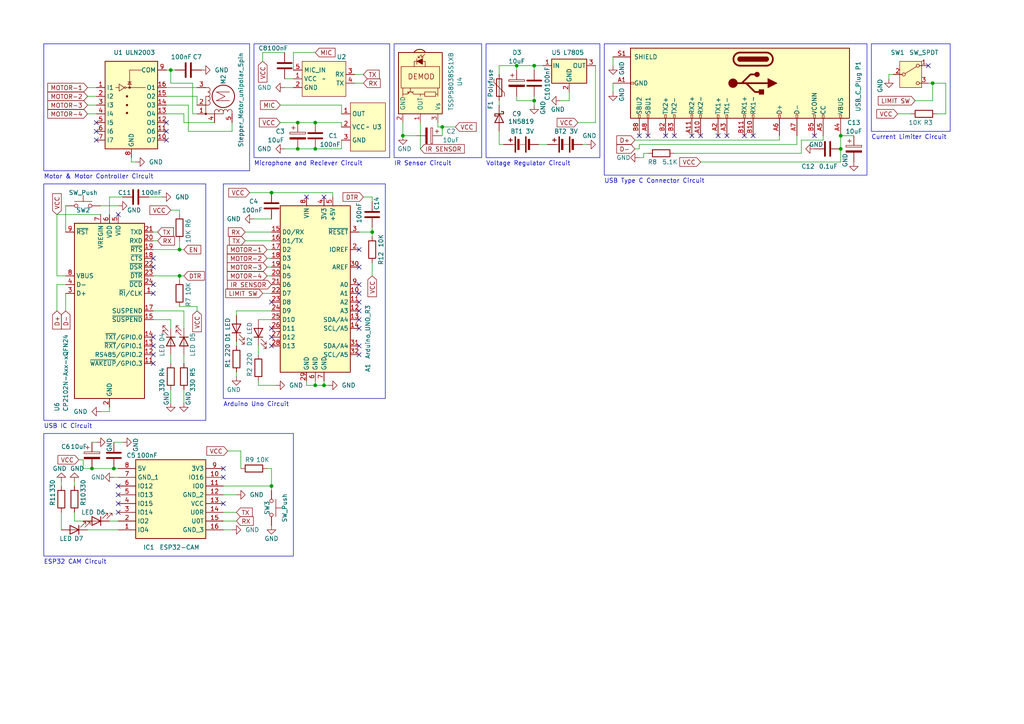
<source format=kicad_sch>
(kicad_sch (version 20230121) (generator eeschema)
  (paper "A4")
  (lib_symbols
    (symbol "Audio Module:Microphone"
      (property "Reference" "U3" (at -1.27 8.89 0))
      (property "Value" "~" (at 0 0 0))
      (symbol "Microphone_1_1"
        (pin output line (at -7.62 3.81 0) (length 2.54) (name "OUT") (number "1"))
        (pin power_in line (at -7.62 0 0) (length 2.54) (name "VCC") (number "2"))
        (pin power_out line (at -7.62 -3.81 0) (length 2.54) (name "GND") (number "3"))
      )
    )
    (symbol "Audio Module:Voice_Recognition_Module"
      (property "Reference" "U" (at 0 6.35 0))
      (symbol "Voice_Recognition_Module_1_1"
        (pin power_in line (at -8.89 0 0) (length 2.54) (name "VCC") (number "1"))
        (pin power_in line (at -8.89 -2.54 0) (length 2.54) (name "GND") (number "2"))
        (pin input line (at 8.89 1.27 180) (length 2.54) (name "RX") (number "3"))
        (pin output line (at 8.89 -1.27 180) (length 2.54) (name "TX") (number "4"))
        (pin input line (at -8.89 2.54 0) (length 2.54) (name "MIC_IN") (number "5"))
      )
    )
    (symbol "Connector:USB_C_Plug" (pin_names (offset 1.016))
      (property "Reference" "P" (at -10.16 29.21 0))
      (property "Value" "USB_C_Plug" (at 10.16 29.21 0))
      (symbol "USB_C_Plug_1_1"
        (pin passive line (at 0 -40.64 90) (length 5.08) (name "GND") (number "A1"))
        (pin bidirectional line (at 15.24 -15.24 180) (length 5.08) (name "RX2-") (number "A10"))
        (pin bidirectional line (at 15.24 -17.78 180) (length 5.08) (name "RX2+") (number "A11"))
        (pin passive line (at 0 -40.64 90) (length 5.08) hide (name "GND") (number "A12"))
        (pin bidirectional line (at 15.24 -10.16 180) (length 5.08) (name "TX1+") (number "A2"))
        (pin bidirectional line (at 15.24 -7.62 180) (length 5.08) (name "TX1-") (number "A3"))
        (pin passive line (at 15.24 25.4 180) (length 5.08) (name "VBUS") (number "A4"))
        (pin bidirectional line (at 15.24 20.32 180) (length 5.08) (name "CC") (number "A5"))
        (pin bidirectional line (at 15.24 7.62 180) (length 5.08) (name "D+") (number "A6"))
        (pin bidirectional line (at 15.24 12.7 180) (length 5.08) (name "D-") (number "A7"))
        (pin bidirectional line (at 15.24 -30.48 180) (length 5.08) (name "SBU1") (number "A8"))
        (pin passive line (at 15.24 25.4 180) (length 5.08) hide (name "VBUS") (number "A9"))
        (pin passive line (at 0 -40.64 90) (length 5.08) hide (name "GND") (number "B1"))
        (pin bidirectional line (at 15.24 0 180) (length 5.08) (name "RX1-") (number "B10"))
        (pin bidirectional line (at 15.24 -2.54 180) (length 5.08) (name "RX1+") (number "B11"))
        (pin passive line (at 0 -40.64 90) (length 5.08) hide (name "GND") (number "B12"))
        (pin bidirectional line (at 15.24 -25.4 180) (length 5.08) (name "TX2+") (number "B2"))
        (pin bidirectional line (at 15.24 -22.86 180) (length 5.08) (name "TX2-") (number "B3"))
        (pin passive line (at 15.24 25.4 180) (length 5.08) hide (name "VBUS") (number "B4"))
        (pin bidirectional line (at 15.24 17.78 180) (length 5.08) (name "VCONN") (number "B5"))
        (pin bidirectional line (at 15.24 -33.02 180) (length 5.08) (name "SBU2") (number "B8"))
        (pin passive line (at 15.24 25.4 180) (length 5.08) hide (name "VBUS") (number "B9"))
        (pin passive line (at -7.62 -40.64 90) (length 5.08) (name "SHIELD") (number "S1"))
      )
    )
    (symbol "Device:Battery" (pin_numbers hide) (pin_names (offset 0) hide)
      (property "Reference" "BT" (at 2.54 2.54 0))
      (property "Value" "Battery" (at 2.54 0 0))
      (symbol "Battery_1_1"
        (pin passive line (at 0 5.08 270) (length 2.54) (name "+") (number "1"))
        (pin passive line (at 0 -5.08 90) (length 2.54) (name "-") (number "2"))
      )
    )
    (symbol "Device:C" (pin_numbers hide) (pin_names (offset 0.254))
      (property "Reference" "C" (at 0.635 2.54 0))
      (property "Value" "C" (at 0.635 -2.54 0))
      (symbol "C_1_1"
        (pin passive line (at 0 3.81 270) (length 2.794) (name "~") (number "1"))
        (pin passive line (at 0 -3.81 90) (length 2.794) (name "~") (number "2"))
      )
    )
    (symbol "Device:C_Polarized" (pin_numbers hide) (pin_names (offset 0.254))
      (property "Reference" "C" (at 0.635 2.54 0))
      (property "Value" "C_Polarized" (at 0.635 -2.54 0))
      (symbol "C_Polarized_1_1"
        (pin passive line (at 0 3.81 270) (length 2.794) (name "~") (number "1"))
        (pin passive line (at 0 -3.81 90) (length 2.794) (name "~") (number "2"))
      )
    )
    (symbol "Device:LED" (pin_numbers hide) (pin_names (offset 1.016) hide)
      (property "Reference" "D" (at 0 2.54 0))
      (property "Value" "LED" (at 0 -2.54 0))
      (symbol "LED_1_1"
        (pin passive line (at -3.81 0 0) (length 2.54) (name "K") (number "1"))
        (pin passive line (at 3.81 0 180) (length 2.54) (name "A") (number "2"))
      )
    )
    (symbol "Device:Polyfuse" (pin_numbers hide) (pin_names (offset 0))
      (property "Reference" "F" (at -2.54 0 90))
      (property "Value" "Polyfuse" (at 2.54 0 90))
      (symbol "Polyfuse_1_1"
        (pin passive line (at 0 3.81 270) (length 1.27) (name "~") (number "1"))
        (pin passive line (at 0 -3.81 90) (length 1.27) (name "~") (number "2"))
      )
    )
    (symbol "Device:R" (pin_numbers hide) (pin_names (offset 0))
      (property "Reference" "R" (at 2.032 0 90))
      (property "Value" "R" (at 0 0 90))
      (symbol "R_1_1"
        (pin passive line (at 0 3.81 270) (length 1.27) (name "~") (number "1"))
        (pin passive line (at 0 -3.81 90) (length 1.27) (name "~") (number "2"))
      )
    )
    (symbol "Diode:1N5819" (pin_numbers hide) (pin_names (offset 1.016) hide)
      (property "Reference" "D" (at 0 2.54 0))
      (property "Value" "1N5819" (at 0 -2.54 0))
      (symbol "1N5819_1_1"
        (pin passive line (at -3.81 0 0) (length 2.54) (name "K") (number "1"))
        (pin passive line (at 3.81 0 180) (length 2.54) (name "A") (number "2"))
      )
    )
    (symbol "ESP32-CAM:ESP32-CAM"
      (property "Reference" "IC" (at 26.67 7.62 0))
      (property "Value" "ESP32-CAM" (at 26.67 5.08 0))
      (symbol "ESP32-CAM_1_1"
        (pin passive line (at 0 -17.78 0) (length 5.08) (name "IO4") (number "1"))
        (pin passive line (at 30.48 -2.54 180) (length 5.08) (name "IO16") (number "10"))
        (pin passive line (at 30.48 -5.08 180) (length 5.08) (name "IO0") (number "11"))
        (pin passive line (at 30.48 -7.62 180) (length 5.08) (name "GND_2") (number "12"))
        (pin passive line (at 30.48 -10.16 180) (length 5.08) (name "VCC") (number "13"))
        (pin passive line (at 30.48 -12.7 180) (length 5.08) (name "U0R") (number "14"))
        (pin passive line (at 30.48 -15.24 180) (length 5.08) (name "U0T") (number "15"))
        (pin passive line (at 30.48 -17.78 180) (length 5.08) (name "GND_3") (number "16"))
        (pin passive line (at 0 -15.24 0) (length 5.08) (name "IO2") (number "2"))
        (pin passive line (at 0 -12.7 0) (length 5.08) (name "IO14") (number "3"))
        (pin passive line (at 0 -10.16 0) (length 5.08) (name "IO15") (number "4"))
        (pin passive line (at 0 -7.62 0) (length 5.08) (name "IO13") (number "5"))
        (pin passive line (at 0 -5.08 0) (length 5.08) (name "IO12") (number "6"))
        (pin passive line (at 0 -2.54 0) (length 5.08) (name "GND_1") (number "7"))
        (pin passive line (at 0 0 0) (length 5.08) (name "5V") (number "8"))
        (pin passive line (at 30.48 0 180) (length 5.08) (name "3V3") (number "9"))
      )
    )
    (symbol "Interface_USB:CP2102N-Axx-xQFN24"
      (property "Reference" "U" (at -8.89 26.67 0))
      (property "Value" "CP2102N-Axx-xQFN24" (at 13.97 26.67 0))
      (symbol "CP2102N-Axx-xQFN24_1_1"
        (pin bidirectional line (at 12.7 5.08 180) (length 2.54) (name "~{RI}/CLK") (number "1"))
        (pin no_connect line (at -10.16 -22.86 0) (length 2.54) hide (name "NC") (number "10"))
        (pin bidirectional line (at 12.7 -15.24 180) (length 2.54) (name "~{WAKEUP}/GPIO.3") (number "11"))
        (pin bidirectional line (at 12.7 -12.7 180) (length 2.54) (name "RS485/GPIO.2") (number "12"))
        (pin bidirectional line (at 12.7 -10.16 180) (length 2.54) (name "~{RXT}/GPIO.1") (number "13"))
        (pin bidirectional line (at 12.7 -7.62 180) (length 2.54) (name "~{TXT}/GPIO.0") (number "14"))
        (pin output line (at 12.7 -2.54 180) (length 2.54) (name "~{SUSPEND}") (number "15"))
        (pin no_connect line (at 10.16 -22.86 180) (length 2.54) hide (name "NC") (number "16"))
        (pin output line (at 12.7 0 180) (length 2.54) (name "SUSPEND") (number "17"))
        (pin input line (at 12.7 15.24 180) (length 2.54) (name "~{CTS}") (number "18"))
        (pin output line (at 12.7 17.78 180) (length 2.54) (name "~{RTS}") (number "19"))
        (pin power_in line (at 0 -27.94 90) (length 2.54) (name "GND") (number "2"))
        (pin input line (at 12.7 20.32 180) (length 2.54) (name "RXD") (number "20"))
        (pin output line (at 12.7 22.86 180) (length 2.54) (name "TXD") (number "21"))
        (pin input line (at 12.7 12.7 180) (length 2.54) (name "~{DSR}") (number "22"))
        (pin output line (at 12.7 10.16 180) (length 2.54) (name "~{DTR}") (number "23"))
        (pin input line (at 12.7 7.62 180) (length 2.54) (name "~{DCD}") (number "24"))
        (pin passive line (at 0 -27.94 90) (length 2.54) hide (name "GND") (number "25"))
        (pin bidirectional line (at -12.7 5.08 0) (length 2.54) (name "D+") (number "3"))
        (pin bidirectional line (at -12.7 7.62 0) (length 2.54) (name "D-") (number "4"))
        (pin power_in line (at 2.54 27.94 270) (length 2.54) (name "VIO") (number "5"))
        (pin power_in line (at 0 27.94 270) (length 2.54) (name "VDD") (number "6"))
        (pin power_in line (at -2.54 27.94 270) (length 2.54) (name "VREGIN") (number "7"))
        (pin input line (at -12.7 10.16 0) (length 2.54) (name "VBUS") (number "8"))
        (pin input line (at -12.7 22.86 0) (length 2.54) (name "~{RST}") (number "9"))
      )
    )
    (symbol "MCU_Module:Arduino_UNO_R3"
      (property "Reference" "A" (at -10.16 23.495 0))
      (property "Value" "Arduino_UNO_R3" (at 5.08 -26.67 0))
      (symbol "Arduino_UNO_R3_1_1"
        (pin no_connect line (at -10.16 -20.32 0) (length 2.54) hide (name "NC") (number "1"))
        (pin bidirectional line (at 12.7 -2.54 180) (length 2.54) (name "A1") (number "10"))
        (pin bidirectional line (at 12.7 -5.08 180) (length 2.54) (name "A2") (number "11"))
        (pin bidirectional line (at 12.7 -7.62 180) (length 2.54) (name "A3") (number "12"))
        (pin bidirectional line (at 12.7 -10.16 180) (length 2.54) (name "SDA/A4") (number "13"))
        (pin bidirectional line (at 12.7 -12.7 180) (length 2.54) (name "SCL/A5") (number "14"))
        (pin bidirectional line (at -12.7 15.24 0) (length 2.54) (name "D0/RX") (number "15"))
        (pin bidirectional line (at -12.7 12.7 0) (length 2.54) (name "D1/TX") (number "16"))
        (pin bidirectional line (at -12.7 10.16 0) (length 2.54) (name "D2") (number "17"))
        (pin bidirectional line (at -12.7 7.62 0) (length 2.54) (name "D3") (number "18"))
        (pin bidirectional line (at -12.7 5.08 0) (length 2.54) (name "D4") (number "19"))
        (pin output line (at 12.7 10.16 180) (length 2.54) (name "IOREF") (number "2"))
        (pin bidirectional line (at -12.7 2.54 0) (length 2.54) (name "D5") (number "20"))
        (pin bidirectional line (at -12.7 0 0) (length 2.54) (name "D6") (number "21"))
        (pin bidirectional line (at -12.7 -2.54 0) (length 2.54) (name "D7") (number "22"))
        (pin bidirectional line (at -12.7 -5.08 0) (length 2.54) (name "D8") (number "23"))
        (pin bidirectional line (at -12.7 -7.62 0) (length 2.54) (name "D9") (number "24"))
        (pin bidirectional line (at -12.7 -10.16 0) (length 2.54) (name "D10") (number "25"))
        (pin bidirectional line (at -12.7 -12.7 0) (length 2.54) (name "D11") (number "26"))
        (pin bidirectional line (at -12.7 -15.24 0) (length 2.54) (name "D12") (number "27"))
        (pin bidirectional line (at -12.7 -17.78 0) (length 2.54) (name "D13") (number "28"))
        (pin power_in line (at -2.54 -27.94 90) (length 2.54) (name "GND") (number "29"))
        (pin input line (at 12.7 15.24 180) (length 2.54) (name "~{RESET}") (number "3"))
        (pin input line (at 12.7 5.08 180) (length 2.54) (name "AREF") (number "30"))
        (pin bidirectional line (at 12.7 -17.78 180) (length 2.54) (name "SDA/A4") (number "31"))
        (pin bidirectional line (at 12.7 -20.32 180) (length 2.54) (name "SCL/A5") (number "32"))
        (pin power_out line (at 2.54 25.4 270) (length 2.54) (name "3V3") (number "4"))
        (pin power_out line (at 5.08 25.4 270) (length 2.54) (name "+5V") (number "5"))
        (pin power_in line (at 0 -27.94 90) (length 2.54) (name "GND") (number "6"))
        (pin power_in line (at 2.54 -27.94 90) (length 2.54) (name "GND") (number "7"))
        (pin power_in line (at -2.54 25.4 270) (length 2.54) (name "VIN") (number "8"))
        (pin bidirectional line (at 12.7 0 180) (length 2.54) (name "A0") (number "9"))
      )
    )
    (symbol "Motor:Stepper_Motor_unipolar_5pin" (pin_names (offset 0) hide)
      (property "Reference" "M" (at 3.81 2.54 0))
      (property "Value" "Stepper_Motor_unipolar_5pin" (at 3.81 1.27 0))
      (symbol "Stepper_Motor_unipolar_5pin_1_1"
        (pin passive line (at -5.08 7.62 270) (length 2.54) (name "~") (number "1"))
        (pin passive line (at -2.54 7.62 270) (length 2.54) (name "~") (number "2"))
        (pin passive line (at 2.54 7.62 270) (length 2.54) (name "-") (number "3"))
        (pin passive line (at -7.62 2.54 0) (length 2.54) (name "~") (number "4"))
        (pin passive line (at -7.62 -2.54 0) (length 2.54) (name "~") (number "5"))
      )
    )
    (symbol "Regulator_Linear:L7805" (pin_names (offset 0.254))
      (property "Reference" "U" (at -3.81 3.175 0))
      (property "Value" "L7805" (at 0 3.175 0))
      (symbol "L7805_1_1"
        (pin power_in line (at -7.62 0 0) (length 2.54) (name "IN") (number "1"))
        (pin power_in line (at 0 -7.62 90) (length 2.54) (name "GND") (number "2"))
        (pin power_out line (at 7.62 0 180) (length 2.54) (name "OUT") (number "3"))
      )
    )
    (symbol "Sensor_Proximity:TSSP58038SS1XB" (pin_names (offset 1.016))
      (property "Reference" "U" (at -10.16 7.62 0))
      (property "Value" "TSSP58038SS1XB" (at -10.16 -7.62 0))
      (symbol "TSSP58038SS1XB_0_0"
        (text "DEMOD" (at -3.175 0.254 900) (effects (font (size 1.524 1.524))))
      )
      (symbol "TSSP58038SS1XB_1_1"
        (pin output line (at 10.16 0 180) (length 2.54) (name "OUT") (number "1"))
        (pin power_in line (at 10.16 -5.08 180) (length 2.54) (name "GND") (number "2"))
        (pin power_in line (at 10.16 5.08 180) (length 2.54) (name "Vs") (number "3"))
      )
    )
    (symbol "Switch:SW_Push" (pin_numbers hide) (pin_names (offset 1.016) hide)
      (property "Reference" "SW" (at 1.27 2.54 0))
      (property "Value" "SW_Push" (at 0 -1.524 0))
      (symbol "SW_Push_0_1"
        (pin passive line (at -5.08 0 0) (length 2.54) (name "1") (number "1"))
        (pin passive line (at 5.08 0 180) (length 2.54) (name "2") (number "2"))
      )
    )
    (symbol "Switch:SW_SPDT" (pin_names (offset 0) hide)
      (property "Reference" "SW" (at 0 5.08 0))
      (property "Value" "SW_SPDT" (at 0 -5.08 0))
      (symbol "SW_SPDT_1_1"
        (pin passive line (at 5.08 2.54 180) (length 2.54) (name "A") (number "1"))
        (pin passive line (at -5.08 0 0) (length 2.54) (name "B") (number "2"))
        (pin passive line (at 5.08 -2.54 180) (length 2.54) (name "C") (number "3"))
      )
    )
    (symbol "Transistor_Array:ULN2003"
      (property "Reference" "U" (at 0 15.875 0))
      (property "Value" "ULN2003" (at 0 13.97 0))
      (symbol "ULN2003_1_1"
        (pin input line (at -10.16 5.08 0) (length 2.54) (name "I1") (number "1"))
        (pin open_collector line (at 10.16 -10.16 180) (length 2.54) (name "O7") (number "10"))
        (pin open_collector line (at 10.16 -7.62 180) (length 2.54) (name "O6") (number "11"))
        (pin open_collector line (at 10.16 -5.08 180) (length 2.54) (name "O5") (number "12"))
        (pin open_collector line (at 10.16 -2.54 180) (length 2.54) (name "O4") (number "13"))
        (pin open_collector line (at 10.16 0 180) (length 2.54) (name "O3") (number "14"))
        (pin open_collector line (at 10.16 2.54 180) (length 2.54) (name "O2") (number "15"))
        (pin open_collector line (at 10.16 5.08 180) (length 2.54) (name "O1") (number "16"))
        (pin input line (at -10.16 2.54 0) (length 2.54) (name "I2") (number "2"))
        (pin input line (at -10.16 0 0) (length 2.54) (name "I3") (number "3"))
        (pin input line (at -10.16 -2.54 0) (length 2.54) (name "I4") (number "4"))
        (pin input line (at -10.16 -5.08 0) (length 2.54) (name "I5") (number "5"))
        (pin input line (at -10.16 -7.62 0) (length 2.54) (name "I6") (number "6"))
        (pin input line (at -10.16 -10.16 0) (length 2.54) (name "I7") (number "7"))
        (pin power_in line (at 0 -15.24 90) (length 2.54) (name "GND") (number "8"))
        (pin passive line (at 10.16 10.16 180) (length 2.54) (name "COM") (number "9"))
      )
    )
    (symbol "power:GND" (power) (pin_names (offset 0))
      (property "Value" "GND" (at 0 -3.81 0))
      (symbol "GND_1_1"
        (pin power_in line (at 0 0 270) (length 0) hide (name "GND") (number "1"))
      )
    )
  )
  (junction (at 243.84 39.37))
  (junction (at 107.95 67.31))
  (junction (at 78.74 140.97))
  (junction (at 128.27 36.83))
  (junction (at 26.67 135.89))
  (junction (at 86.36 35.56))
  (junction (at 93.98 111.76))
  (junction (at 52.07 72.39))
  (junction (at 149.86 19.05))
  (junction (at 49.53 20.32))
  (junction (at 33.02 135.89))
  (junction (at 91.44 35.56))
  (junction (at 270.51 24.13))
  (junction (at 91.44 43.18))
  (junction (at 116.84 39.37))
  (junction (at 154.94 29.21))
  (junction (at 86.36 43.18))
  (junction (at 91.44 111.76))
  (junction (at 243.84 43.18))
  (junction (at 52.07 80.01))
  (junction (at 154.94 19.05))
  (junction (at 78.74 55.88))
  (no_connect (at 104.14 90.17))
  (no_connect (at 44.45 97.79))
  (no_connect (at 48.26 35.56))
  (no_connect (at 34.29 148.59))
  (no_connect (at 104.14 102.87))
  (no_connect (at 195.58 39.37))
  (no_connect (at 78.74 97.79))
  (no_connect (at 34.29 62.23))
  (no_connect (at 210.82 39.37))
  (no_connect (at 44.45 85.09))
  (no_connect (at 208.28 39.37))
  (no_connect (at 44.45 105.41))
  (no_connect (at 218.44 39.37))
  (no_connect (at 27.94 38.1))
  (no_connect (at 34.29 143.51))
  (no_connect (at 269.24 19.05))
  (no_connect (at 104.14 82.55))
  (no_connect (at 44.45 100.33))
  (no_connect (at 27.94 40.64))
  (no_connect (at 215.9 39.37))
  (no_connect (at 44.45 102.87))
  (no_connect (at 104.14 87.63))
  (no_connect (at 104.14 72.39))
  (no_connect (at 236.22 39.37))
  (no_connect (at 27.94 35.56))
  (no_connect (at 44.45 74.93))
  (no_connect (at 104.14 95.25))
  (no_connect (at 48.26 40.64))
  (no_connect (at 64.77 135.89))
  (no_connect (at 44.45 77.47))
  (no_connect (at 48.26 38.1))
  (no_connect (at 78.74 87.63))
  (no_connect (at 34.29 146.05))
  (no_connect (at 44.45 82.55))
  (no_connect (at 93.98 57.15))
  (no_connect (at 78.74 100.33))
  (no_connect (at 200.66 39.37))
  (no_connect (at 187.96 39.37))
  (no_connect (at 88.9 57.15))
  (no_connect (at 203.2 39.37))
  (no_connect (at 64.77 146.05))
  (no_connect (at 104.14 85.09))
  (no_connect (at 104.14 92.71))
  (no_connect (at 78.74 95.25))
  (no_connect (at 185.42 39.37))
  (no_connect (at 34.29 140.97))
  (no_connect (at 193.04 39.37))
  (no_connect (at 64.77 138.43))
  (no_connect (at 104.14 100.33))
  (no_connect (at 104.14 77.47))
  (wire (pts (xy 271.78 33.02) (xy 274.32 33.02)))
  (wire (pts (xy 48.26 33.02) (xy 53.34 33.02)))
  (wire (pts (xy 186.69 44.45) (xy 187.96 44.45)))
  (wire (pts (xy 144.78 19.05) (xy 149.86 19.05)))
  (wire (pts (xy 25.4 33.02) (xy 27.94 33.02)))
  (wire (pts (xy 274.32 24.13) (xy 274.32 33.02)))
  (wire (pts (xy 25.4 27.94) (xy 27.94 27.94)))
  (wire (pts (xy 16.51 62.23) (xy 29.21 62.23)))
  (wire (pts (xy 53.34 113.03) (xy 53.34 116.84)))
  (wire (pts (xy 57.15 88.9) (xy 57.15 90.17)))
  (wire (pts (xy 195.58 44.45) (xy 232.41 44.45)))
  (wire (pts (xy 21.59 148.59) (xy 21.59 151.13)))
  (wire (pts (xy 21.59 139.7) (xy 21.59 140.97)))
  (wire (pts (xy 107.95 67.31) (xy 107.95 68.58)))
  (wire (pts (xy 21.59 151.13) (xy 24.13 151.13)))
  (wire (pts (xy 53.34 33.02) (xy 53.34 35.56)))
  (wire (pts (xy 81.28 30.48) (xy 99.06 30.48)))
  (wire (pts (xy 91.44 35.56) (xy 99.06 35.56)))
  (wire (pts (xy 107.95 57.15) (xy 107.95 58.42)))
  (wire (pts (xy 29.21 119.38) (xy 31.75 119.38)))
  (wire (pts (xy 44.45 90.17) (xy 53.34 90.17)))
  (wire (pts (xy 105.41 57.15) (xy 107.95 57.15)))
  (wire (pts (xy 74.93 92.71) (xy 78.74 92.71)))
  (wire (pts (xy 156.21 41.91) (xy 158.75 41.91)))
  (wire (pts (xy 154.94 19.05) (xy 154.94 20.32)))
  (wire (pts (xy 185.42 41.91) (xy 185.42 43.18)))
  (wire (pts (xy 91.44 43.18) (xy 99.06 43.18)))
  (wire (pts (xy 165.1 29.21) (xy 165.1 26.67)))
  (wire (pts (xy 128.27 36.83) (xy 128.27 39.37)))
  (wire (pts (xy 269.24 24.13) (xy 270.51 24.13)))
  (wire (pts (xy 91.44 110.49) (xy 91.44 111.76)))
  (wire (pts (xy 144.78 41.91) (xy 146.05 41.91)))
  (wire (pts (xy 243.84 43.18) (xy 243.84 39.37)))
  (wire (pts (xy 33.02 135.89) (xy 34.29 135.89)))
  (wire (pts (xy 35.56 128.27) (xy 33.02 128.27)))
  (wire (pts (xy 64.77 148.59) (xy 68.58 148.59)))
  (wire (pts (xy 270.51 24.13) (xy 270.51 29.21)))
  (wire (pts (xy 186.69 44.45) (xy 186.69 45.72)))
  (wire (pts (xy 19.05 85.09) (xy 19.05 90.17)))
  (wire (pts (xy 53.34 90.17) (xy 53.34 95.25)))
  (wire (pts (xy 38.1 46.99) (xy 38.1 45.72)))
  (wire (pts (xy 16.51 82.55) (xy 19.05 82.55)))
  (wire (pts (xy 82.55 25.4) (xy 85.09 25.4)))
  (wire (pts (xy 49.53 24.13) (xy 55.88 24.13)))
  (wire (pts (xy 116.84 35.56) (xy 116.84 39.37)))
  (wire (pts (xy 231.14 39.37) (xy 231.14 41.91)))
  (wire (pts (xy 44.45 92.71) (xy 49.53 92.71)))
  (wire (pts (xy 43.18 57.15) (xy 46.99 57.15)))
  (wire (pts (xy 71.12 69.85) (xy 78.74 69.85)))
  (wire (pts (xy 186.69 45.72) (xy 185.42 45.72)))
  (wire (pts (xy 127 36.83) (xy 127 35.56)))
  (wire (pts (xy 93.98 110.49) (xy 93.98 111.76)))
  (wire (pts (xy 77.47 135.89) (xy 78.74 135.89)))
  (wire (pts (xy 50.8 20.32) (xy 49.53 20.32)))
  (wire (pts (xy 177.8 16.51) (xy 177.8 19.05)))
  (wire (pts (xy 203.2 46.99) (xy 243.84 46.99)))
  (wire (pts (xy 154.94 27.94) (xy 154.94 29.21)))
  (wire (pts (xy 31.75 57.15) (xy 31.75 62.23)))
  (wire (pts (xy 54.61 30.48) (xy 54.61 38.1)))
  (wire (pts (xy 19.05 59.69) (xy 19.05 67.31)))
  (wire (pts (xy 17.78 148.59) (xy 17.78 153.67)))
  (wire (pts (xy 53.34 102.87) (xy 53.34 105.41)))
  (wire (pts (xy 154.94 19.05) (xy 157.48 19.05)))
  (wire (pts (xy 76.2 15.24) (xy 76.2 17.78)))
  (wire (pts (xy 116.84 39.37) (xy 120.65 39.37)))
  (wire (pts (xy 99.06 30.48) (xy 99.06 33.02)))
  (wire (pts (xy 48.26 25.4) (xy 57.15 25.4)))
  (wire (pts (xy 91.44 111.76) (xy 93.98 111.76)))
  (wire (pts (xy 96.52 55.88) (xy 96.52 57.15)))
  (wire (pts (xy 172.72 19.05) (xy 172.72 35.56)))
  (wire (pts (xy 93.98 111.76) (xy 95.25 111.76)))
  (wire (pts (xy 44.45 80.01) (xy 52.07 80.01)))
  (wire (pts (xy 31.75 151.13) (xy 34.29 151.13)))
  (wire (pts (xy 17.78 139.7) (xy 17.78 140.97)))
  (wire (pts (xy 232.41 40.64) (xy 238.76 40.64)))
  (wire (pts (xy 99.06 43.18) (xy 99.06 40.64)))
  (wire (pts (xy 49.53 60.96) (xy 52.07 60.96)))
  (wire (pts (xy 184.15 40.64) (xy 226.06 40.64)))
  (wire (pts (xy 52.07 69.85) (xy 52.07 72.39)))
  (wire (pts (xy 57.15 27.94) (xy 57.15 30.48)))
  (wire (pts (xy 49.53 20.32) (xy 48.26 20.32)))
  (wire (pts (xy 64.77 151.13) (xy 68.58 151.13)))
  (wire (pts (xy 78.74 55.88) (xy 96.52 55.88)))
  (wire (pts (xy 78.74 140.97) (xy 78.74 142.24)))
  (wire (pts (xy 73.66 63.5) (xy 78.74 63.5)))
  (wire (pts (xy 55.88 24.13) (xy 55.88 33.02)))
  (wire (pts (xy 184.15 43.18) (xy 185.42 43.18)))
  (wire (pts (xy 144.78 19.05) (xy 144.78 21.59)))
  (wire (pts (xy 44.45 67.31) (xy 45.72 67.31)))
  (wire (pts (xy 88.9 111.76) (xy 91.44 111.76)))
  (wire (pts (xy 53.34 35.56) (xy 62.23 35.56)))
  (wire (pts (xy 44.45 69.85) (xy 45.72 69.85)))
  (wire (pts (xy 144.78 29.21) (xy 144.78 30.48)))
  (wire (pts (xy 78.74 135.89) (xy 78.74 140.97)))
  (wire (pts (xy 270.51 24.13) (xy 274.32 24.13)))
  (wire (pts (xy 29.21 59.69) (xy 34.29 59.69)))
  (wire (pts (xy 44.45 72.39) (xy 52.07 72.39)))
  (wire (pts (xy 52.07 80.01) (xy 53.34 80.01)))
  (wire (pts (xy 38.1 46.99) (xy 39.37 46.99)))
  (wire (pts (xy 16.51 80.01) (xy 19.05 80.01)))
  (wire (pts (xy 25.4 30.48) (xy 27.94 30.48)))
  (wire (pts (xy 149.86 19.05) (xy 154.94 19.05)))
  (wire (pts (xy 25.4 153.67) (xy 34.29 153.67)))
  (wire (pts (xy 27.94 128.27) (xy 26.67 128.27)))
  (wire (pts (xy 77.47 80.01) (xy 78.74 80.01)))
  (wire (pts (xy 243.84 46.99) (xy 243.84 43.18)))
  (wire (pts (xy 226.06 40.64) (xy 226.06 39.37)))
  (wire (pts (xy 149.86 27.94) (xy 149.86 29.21)))
  (wire (pts (xy 162.56 29.21) (xy 165.1 29.21)))
  (wire (pts (xy 72.39 55.88) (xy 78.74 55.88)))
  (wire (pts (xy 257.81 21.59) (xy 259.08 21.59)))
  (wire (pts (xy 68.58 109.22) (xy 68.58 107.95)))
  (wire (pts (xy 86.36 35.56) (xy 91.44 35.56)))
  (wire (pts (xy 66.04 130.81) (xy 69.85 130.81)))
  (wire (pts (xy 238.76 39.37) (xy 238.76 40.64)))
  (wire (pts (xy 99.06 35.56) (xy 99.06 36.83)))
  (wire (pts (xy 149.86 19.05) (xy 149.86 20.32)))
  (wire (pts (xy 260.35 33.02) (xy 264.16 33.02)))
  (wire (pts (xy 74.93 102.87) (xy 74.93 100.33)))
  (wire (pts (xy 49.53 92.71) (xy 49.53 95.25)))
  (wire (pts (xy 77.47 77.47) (xy 78.74 77.47)))
  (wire (pts (xy 54.61 38.1) (xy 67.31 38.1)))
  (wire (pts (xy 177.8 24.13) (xy 177.8 26.67)))
  (wire (pts (xy 67.31 35.56) (xy 67.31 38.1)))
  (wire (pts (xy 22.86 133.35) (xy 24.13 133.35)))
  (wire (pts (xy 144.78 38.1) (xy 144.78 41.91)))
  (wire (pts (xy 257.81 22.86) (xy 257.81 21.59)))
  (wire (pts (xy 48.26 30.48) (xy 54.61 30.48)))
  (wire (pts (xy 68.58 91.44) (xy 68.58 90.17)))
  (wire (pts (xy 49.53 113.03) (xy 49.53 116.84)))
  (wire (pts (xy 82.55 43.18) (xy 86.36 43.18)))
  (wire (pts (xy 69.85 130.81) (xy 69.85 135.89)))
  (wire (pts (xy 232.41 40.64) (xy 232.41 44.45)))
  (wire (pts (xy 55.88 33.02) (xy 57.15 33.02)))
  (wire (pts (xy 49.53 102.87) (xy 49.53 105.41)))
  (wire (pts (xy 24.13 135.89) (xy 26.67 135.89)))
  (wire (pts (xy 64.77 140.97) (xy 78.74 140.97)))
  (wire (pts (xy 149.86 29.21) (xy 154.94 29.21)))
  (wire (pts (xy 107.95 76.2) (xy 107.95 80.01)))
  (wire (pts (xy 91.44 15.24) (xy 85.09 15.24)))
  (wire (pts (xy 80.01 111.76) (xy 74.93 111.76)))
  (wire (pts (xy 25.4 25.4) (xy 27.94 25.4)))
  (wire (pts (xy 16.51 62.23) (xy 16.51 80.01)))
  (wire (pts (xy 107.95 66.04) (xy 107.95 67.31)))
  (wire (pts (xy 154.94 29.21) (xy 154.94 30.48)))
  (wire (pts (xy 64.77 153.67) (xy 67.31 153.67)))
  (wire (pts (xy 76.2 15.24) (xy 82.55 15.24)))
  (wire (pts (xy 68.58 100.33) (xy 68.58 99.06)))
  (wire (pts (xy 49.53 24.13) (xy 49.53 20.32)))
  (wire (pts (xy 102.87 24.13) (xy 105.41 24.13)))
  (wire (pts (xy 48.26 27.94) (xy 57.15 27.94)))
  (wire (pts (xy 88.9 110.49) (xy 88.9 111.76)))
  (wire (pts (xy 185.42 41.91) (xy 231.14 41.91)))
  (wire (pts (xy 81.28 35.56) (xy 86.36 35.56)))
  (wire (pts (xy 16.51 82.55) (xy 16.51 90.17)))
  (wire (pts (xy 168.91 41.91) (xy 170.18 41.91)))
  (wire (pts (xy 85.09 15.24) (xy 85.09 20.32)))
  (wire (pts (xy 128.27 36.83) (xy 132.08 36.83)))
  (wire (pts (xy 52.07 88.9) (xy 57.15 88.9)))
  (wire (pts (xy 243.84 39.37) (xy 247.65 39.37)))
  (wire (pts (xy 68.58 90.17) (xy 78.74 90.17)))
  (wire (pts (xy 52.07 60.96) (xy 52.07 62.23)))
  (wire (pts (xy 167.64 35.56) (xy 172.72 35.56)))
  (wire (pts (xy 35.56 57.15) (xy 31.75 57.15)))
  (wire (pts (xy 71.12 67.31) (xy 78.74 67.31)))
  (wire (pts (xy 24.13 133.35) (xy 24.13 135.89)))
  (wire (pts (xy 77.47 74.93) (xy 78.74 74.93)))
  (wire (pts (xy 128.27 36.83) (xy 127 36.83)))
  (wire (pts (xy 265.43 29.21) (xy 270.51 29.21)))
  (wire (pts (xy 76.2 85.09) (xy 78.74 85.09)))
  (wire (pts (xy 26.67 135.89) (xy 33.02 135.89)))
  (wire (pts (xy 31.75 118.11) (xy 31.75 119.38)))
  (wire (pts (xy 77.47 72.39) (xy 78.74 72.39)))
  (wire (pts (xy 33.02 138.43) (xy 34.29 138.43)))
  (wire (pts (xy 74.93 111.76) (xy 74.93 110.49)))
  (wire (pts (xy 64.77 143.51) (xy 68.58 143.51)))
  (wire (pts (xy 82.55 22.86) (xy 85.09 22.86)))
  (wire (pts (xy 121.92 35.56) (xy 121.92 43.18)))
  (wire (pts (xy 86.36 43.18) (xy 91.44 43.18)))
  (wire (pts (xy 52.07 72.39) (xy 53.34 72.39)))
  (wire (pts (xy 104.14 67.31) (xy 107.95 67.31)))
  (wire (pts (xy 102.87 21.59) (xy 105.41 21.59)))
  (wire (pts (xy 52.07 80.01) (xy 52.07 81.28)))
  (rectangle (start 73.66 12.7) (end 113.03 45.72))
  (rectangle (start 12.7 12.7) (end 72.39 49.53))
  (rectangle (start 175.26 12.7) (end 251.46 50.8))
  (rectangle (start 12.7 125.73) (end 85.09 161.29))
  (rectangle (start 64.77 53.34) (end 111.76 115.57))
  (rectangle (start 140.97 12.7) (end 173.99 45.72))
  (rectangle (start 12.7 53.34) (end 59.69 121.92))
  (rectangle (start 114.3 12.7) (end 139.7 45.72))
  (rectangle (start 252.73 12.7) (end 275.59 38.1))
  (text "Current Limiter Circuit\n" (at 252.73 40.64 0) (effects (font (size 1.27 1.27)) (justify left bottom)))
  (text "Arduino Uno Circuit\n" (at 64.77 118.11 0) (effects (font (size 1.27 1.27)) (justify left bottom)))
  (text "USB IC Circuit" (at 12.7 124.46 0) (effects (font (size 1.27 1.27)) (justify left bottom)))
  (text "Microphone and Reciever Circuit\n" (at 73.66 48.26 0) (effects (font (size 1.27 1.27)) (justify left bottom)))
  (text "Voltage Regulator Circuit\n" (at 140.97 48.26 0) (effects (font (size 1.27 1.27)) (justify left bottom)))
  (text "Motor & Motor Controller Circuit\n" (at 12.7 52.07 0) (effects (font (size 1.27 1.27)) (justify left bottom)))
  (text "ESP32 CAM Circuit \n" (at 12.7 163.83 0) (effects (font (size 1.27 1.27)) (justify left bottom)))
  (text "IR Sensor Circuit\n" (at 114.3 48.26 0) (effects (font (size 1.27 1.27)) (justify left bottom)))
  (text "USB Type C Connector Circuit\n" (at 175.26 53.34 0) (effects (font (size 1.27 1.27)) (justify left bottom)))
  (global_label "MOTOR-1" (shape input) (at 77.47 72.39 180) (property "Intersheetrefs" "${INTERSHEET_REFS}" (effects hide)))
  (global_label "VCC" (shape input) (at 57.15 90.17 270) (property "Intersheetrefs" "${INTERSHEET_REFS}" (effects hide)))
  (global_label "RX" (shape input) (at 45.72 69.85 0) (property "Intersheetrefs" "${INTERSHEET_REFS}" (effects hide)))
  (global_label "RX" (shape input) (at 105.41 24.13 0) (property "Intersheetrefs" "${INTERSHEET_REFS}" (effects hide)))
  (global_label "VCC" (shape input) (at 203.2 46.99 180) (property "Intersheetrefs" "${INTERSHEET_REFS}" (effects hide)))
  (global_label "VCC" (shape input) (at 66.04 130.81 180) (property "Intersheetrefs" "${INTERSHEET_REFS}" (effects hide)))
  (global_label "MOTOR-1" (shape input) (at 25.4 25.4 180) (property "Intersheetrefs" "${INTERSHEET_REFS}" (effects hide)))
  (global_label "DTR" (shape input) (at 105.41 57.15 180) (property "Intersheetrefs" "${INTERSHEET_REFS}" (effects hide)))
  (global_label "D-" (shape input) (at 19.05 90.17 270) (property "Intersheetrefs" "${INTERSHEET_REFS}" (effects hide)))
  (global_label "D+" (shape input) (at 184.15 40.64 180) (property "Intersheetrefs" "${INTERSHEET_REFS}" (effects hide)))
  (global_label "LIMIT SW" (shape input) (at 76.2 85.09 180) (property "Intersheetrefs" "${INTERSHEET_REFS}" (effects hide)))
  (global_label "MOTOR-2" (shape input) (at 77.47 74.93 180) (property "Intersheetrefs" "${INTERSHEET_REFS}" (effects hide)))
  (global_label "MOTOR-3" (shape input) (at 25.4 30.48 180) (property "Intersheetrefs" "${INTERSHEET_REFS}" (effects hide)))
  (global_label "MOTOR-3" (shape input) (at 77.47 77.47 180) (property "Intersheetrefs" "${INTERSHEET_REFS}" (effects hide)))
  (global_label "D+" (shape input) (at 16.51 90.17 270) (property "Intersheetrefs" "${INTERSHEET_REFS}" (effects hide)))
  (global_label "MOTOR-4" (shape input) (at 25.4 33.02 180) (property "Intersheetrefs" "${INTERSHEET_REFS}" (effects hide)))
  (global_label "TX" (shape input) (at 105.41 21.59 0) (property "Intersheetrefs" "${INTERSHEET_REFS}" (effects hide)))
  (global_label "IR SENSOR" (shape input) (at 121.92 43.18 0) (property "Intersheetrefs" "${INTERSHEET_REFS}" (effects hide)))
  (global_label "D-" (shape input) (at 184.15 43.18 180) (property "Intersheetrefs" "${INTERSHEET_REFS}" (effects hide)))
  (global_label "VCC" (shape input) (at 76.2 17.78 270) (property "Intersheetrefs" "${INTERSHEET_REFS}" (effects hide)))
  (global_label "MOTOR-4" (shape input) (at 77.47 80.01 180) (property "Intersheetrefs" "${INTERSHEET_REFS}" (effects hide)))
  (global_label "VCC" (shape input) (at 107.95 80.01 270) (property "Intersheetrefs" "${INTERSHEET_REFS}" (effects hide)))
  (global_label "TX" (shape input) (at 45.72 67.31 0) (property "Intersheetrefs" "${INTERSHEET_REFS}" (effects hide)))
  (global_label "RX" (shape input) (at 71.12 67.31 180) (property "Intersheetrefs" "${INTERSHEET_REFS}" (effects hide)))
  (global_label "TX" (shape input) (at 71.12 69.85 180) (property "Intersheetrefs" "${INTERSHEET_REFS}" (effects hide)))
  (global_label "TX" (shape input) (at 68.58 148.59 0) (property "Intersheetrefs" "${INTERSHEET_REFS}" (effects hide)))
  (global_label "VCC" (shape input) (at 81.28 35.56 180) (property "Intersheetrefs" "${INTERSHEET_REFS}" (effects hide)))
  (global_label "VCC" (shape input) (at 16.51 62.23 90) (property "Intersheetrefs" "${INTERSHEET_REFS}" (effects hide)))
  (global_label "RX" (shape input) (at 68.58 151.13 0) (property "Intersheetrefs" "${INTERSHEET_REFS}" (effects hide)))
  (global_label "VCC" (shape input) (at 72.39 55.88 180) (property "Intersheetrefs" "${INTERSHEET_REFS}" (effects hide)))
  (global_label "VCC" (shape input) (at 49.53 60.96 180) (property "Intersheetrefs" "${INTERSHEET_REFS}" (effects hide)))
  (global_label "VCC" (shape input) (at 260.35 33.02 180) (property "Intersheetrefs" "${INTERSHEET_REFS}" (effects hide)))
  (global_label "MOTOR-2" (shape input) (at 25.4 27.94 180) (property "Intersheetrefs" "${INTERSHEET_REFS}" (effects hide)))
  (global_label "EN" (shape input) (at 53.34 72.39 0) (property "Intersheetrefs" "${INTERSHEET_REFS}" (effects hide)))
  (global_label "IR SENSOR" (shape input) (at 78.74 82.55 180) (property "Intersheetrefs" "${INTERSHEET_REFS}" (effects hide)))
  (global_label "DTR" (shape input) (at 53.34 80.01 0) (property "Intersheetrefs" "${INTERSHEET_REFS}" (effects hide)))
  (global_label "MIC" (shape input) (at 91.44 15.24 0) (property "Intersheetrefs" "${INTERSHEET_REFS}" (effects hide)))
  (global_label "VCC" (shape input) (at 167.64 35.56 180) (property "Intersheetrefs" "${INTERSHEET_REFS}" (effects hide)))
  (global_label "VCC" (shape input) (at 22.86 133.35 180) (property "Intersheetrefs" "${INTERSHEET_REFS}" (effects hide)))
  (global_label "MIC" (shape input) (at 81.28 30.48 180) (property "Intersheetrefs" "${INTERSHEET_REFS}" (effects hide)))
  (global_label "LIMIT SW" (shape input) (at 265.43 29.21 180) (property "Intersheetrefs" "${INTERSHEET_REFS}" (effects hide)))
  (global_label "VCC" (shape input) (at 132.08 36.83 0) (property "Intersheetrefs" "${INTERSHEET_REFS}" (effects hide)))
  (symbol (lib_id "Device:R") (at 73.66 135.89 90) (unit 1)
    (property "Reference" "R9" (at 72.39 133.35 90))
    (property "Value" "10K" (at 76.2 133.35 90))
    (property "Footprint" "Resistor_SMD:R_0805_2012Metric_Pad1.20x1.40mm_HandSolder" (effects hide))
  )
  (symbol (lib_id "power:GND") (at 82.55 43.18 270) (unit 1)
    (property "Reference" "#PWR07" (effects hide))
    (property "Value" "GND" (at 78.74 43.18 90) (effects (justify right)))
  )
  (symbol (lib_id "Switch:SW_SPDT") (at 264.16 21.59 0) (unit 1)
    (property "Reference" "SW1" (at 260.35 15.24 0))
    (property "Value" "SW_SPDT" (at 267.97 15.24 0))
    (property "Footprint" "Button_Switch_THT:SW_Slide_SPDT_Straight_CK_OS102011MS2Q" (effects hide))
  )
  (symbol (lib_id "Device:R") (at 21.59 144.78 0) (unit 1)
    (property "Reference" "R10" (at 24.13 144.78 90))
    (property "Value" "330" (at 24.13 140.97 90))
    (property "Footprint" "Resistor_SMD:R_0805_2012Metric_Pad1.20x1.40mm_HandSolder" (effects hide))
  )
  (symbol (lib_id "Interface_USB:CP2102N-Axx-xQFN24") (at 31.75 90.17 0) (unit 1)
    (property "Reference" "U6" (at 16.51 119.38 90) (effects (justify left)))
    (property "Value" "CP2102N-Axx-xQFN24" (at 19.05 119.38 90) (effects (justify left)))
    (property "Footprint" "Package_DFN_QFN:QFN-24-1EP_4x4mm_P0.5mm_EP2.6x2.6mm" (effects hide))
    (property "Datasheet" "https://www.silabs.com/documents/public/data-sheets/cp2102n-datasheet.pdf" (effects hide))
  )
  (symbol (lib_id "power:GND") (at 17.78 139.7 180) (unit 1)
    (property "Reference" "#PWR030" (effects hide))
    (property "Value" "GND" (at 15.24 135.89 0) (effects (justify right)))
  )
  (symbol (lib_id "Device:C") (at 82.55 19.05 0) (unit 1)
    (property "Reference" "C8" (at 74.93 13.97 0) (effects (justify left)))
    (property "Value" "100nF" (at 77.47 13.97 0) (effects (justify left)))
    (property "Footprint" "Capacitor_SMD:C_0805_2012Metric_Pad1.18x1.45mm_HandSolder" (effects hide))
  )
  (symbol (lib_id "power:GND") (at 82.55 25.4 270) (unit 1)
    (property "Reference" "#PWR06" (effects hide))
    (property "Value" "GND" (at 78.74 25.4 90) (effects (justify right)))
  )
  (symbol (lib_id "power:GND") (at 27.94 128.27 90) (unit 1)
    (property "Reference" "#PWR013" (effects hide))
    (property "Value" "GND" (at 31.75 127 0) (effects (justify right)))
  )
  (symbol (lib_id "power:GND") (at 49.53 116.84 0) (unit 1)
    (property "Reference" "#PWR023" (effects hide))
    (property "Value" "GND" (at 48.26 115.57 90))
  )
  (symbol (lib_id "Switch:SW_Push") (at 78.74 147.32 270) (unit 1)
    (property "Reference" "SW3" (at 77.47 147.32 0))
    (property "Value" "SW_Push" (at 82.55 147.32 0))
    (property "Footprint" "Button_Switch_THT:SW_PUSH_6mm" (effects hide))
  )
  (symbol (lib_id "power:GND") (at 58.42 20.32 90) (unit 1)
    (property "Reference" "#PWR015" (effects hide))
    (property "Value" "GND" (at 62.23 20.32 90) (effects (justify right)))
  )
  (symbol (lib_id "Device:C_Polarized") (at 149.86 24.13 0) (unit 1)
    (property "Reference" "C9" (at 149.86 33.02 0))
    (property "Value" "10uF" (at 149.86 17.78 0))
    (property "Footprint" "Capacitor_SMD:C_0805_2012Metric_Pad1.18x1.45mm_HandSolder" (effects hide))
  )
  (symbol (lib_id "power:GND") (at 170.18 41.91 90) (unit 1)
    (property "Reference" "#PWR016" (effects hide))
    (property "Value" "GND" (at 168.91 39.37 90) (effects (justify right)))
  )
  (symbol (lib_id "Device:R") (at 52.07 85.09 0) (unit 1)
    (property "Reference" "R7" (at 54.61 87.63 90))
    (property "Value" "10K" (at 54.61 83.82 90))
    (property "Footprint" "Resistor_SMD:R_0805_2012Metric_Pad1.20x1.40mm_HandSolder" (effects hide))
  )
  (symbol (lib_id "Device:C") (at 154.94 24.13 0) (unit 1)
    (property "Reference" "C10" (at 158.75 29.21 90) (effects (justify left)))
    (property "Value" "100nF" (at 158.75 25.4 90) (effects (justify left)))
    (property "Footprint" "Capacitor_SMD:C_0805_2012Metric_Pad1.18x1.45mm_HandSolder" (effects hide))
  )
  (symbol (lib_id "Device:Battery") (at 151.13 41.91 90) (unit 1)
    (property "Reference" "BT1" (at 149.86 38.1 90))
    (property "Value" "3V" (at 153.67 38.1 90))
    (property "Footprint" "Battery:BatteryHolder_Keystone_2462_2xAA" (effects hide))
  )
  (symbol (lib_id "power:GND") (at 53.34 116.84 0) (unit 1)
    (property "Reference" "#PWR022" (effects hide))
    (property "Value" "GND" (at 54.61 115.57 90))
  )
  (symbol (lib_id "power:GND") (at 78.74 152.4 0) (unit 1)
    (property "Reference" "#PWR029" (effects hide))
    (property "Value" "GND" (at 78.74 156.21 0))
  )
  (symbol (lib_id "power:GND") (at 177.8 26.67 0) (unit 1)
    (property "Reference" "#PWR024" (effects hide))
    (property "Value" "GND" (at 180.34 25.4 90) (effects (justify right)))
  )
  (symbol (lib_id "power:GND") (at 257.81 22.86 0) (unit 1)
    (property "Reference" "#PWR011" (effects hide))
    (property "Value" "GND" (at 255.27 22.86 90) (effects (justify right)))
  )
  (symbol (lib_id "power:GND") (at 236.22 43.18 270) (unit 1)
    (property "Reference" "#PWR027" (effects hide))
    (property "Value" "GND" (at 238.76 41.91 90) (effects (justify right)))
  )
  (symbol (lib_id "power:GND") (at 35.56 128.27 90) (unit 1)
    (property "Reference" "#PWR014" (effects hide))
    (property "Value" "GND" (at 39.37 127 0) (effects (justify right)))
  )
  (symbol (lib_id "Device:LED") (at 27.94 151.13 180) (unit 1)
    (property "Reference" "D6" (at 29.21 148.59 0))
    (property "Value" "LED" (at 25.4 148.59 0))
    (property "Footprint" "LED_SMD:LED_0805_2012Metric_Pad1.15x1.40mm_HandSolder" (effects hide))
  )
  (symbol (lib_id "Device:LED") (at 74.93 96.52 90) (unit 1)
    (property "Reference" "D2" (at 72.39 99.06 0))
    (property "Value" "LED" (at 72.39 95.25 0))
    (property "Footprint" "LED_SMD:LED_0805_2012Metric_Pad1.15x1.40mm_HandSolder" (effects hide))
  )
  (symbol (lib_id "ESP32-CAM:ESP32-CAM") (at 34.29 135.89 0) (unit 1)
    (property "Reference" "IC1" (at 43.18 158.75 0))
    (property "Value" "ESP32-CAM" (at 52.07 158.75 0))
    (property "Footprint" "ESP32CAM" (effects hide))
    (property "Datasheet" "https://datasheet.lcsc.com/szlcsc/Ai-Thinker-ESP32-CAM_C277946.pdf" (effects hide))
    (property "Height" "5" (effects hide))
    (property "Manufacturer_Name" "Ai-Thinker" (effects hide))
    (property "Manufacturer_Part_Number" "ESP32-CAM" (effects hide))
  )
  (symbol (lib_id "power:GND") (at 33.02 138.43 270) (unit 1)
    (property "Reference" "#PWR03" (effects hide))
    (property "Value" "GND" (at 30.48 138.43 90) (effects (justify right)))
  )
  (symbol (lib_id "Device:R") (at 53.34 109.22 0) (unit 1)
    (property "Reference" "R5" (at 55.88 107.95 90))
    (property "Value" "330" (at 55.88 111.76 90))
    (property "Footprint" "Resistor_SMD:R_0805_2012Metric_Pad1.20x1.40mm_HandSolder" (effects hide))
  )
  (symbol (lib_id "Device:R") (at 107.95 72.39 0) (unit 1)
    (property "Reference" "R12" (at 110.49 74.93 90))
    (property "Value" "10K" (at 110.49 69.85 90))
    (property "Footprint" "Resistor_SMD:R_0805_2012Metric_Pad1.20x1.40mm_HandSolder" (effects hide))
  )
  (symbol (lib_id "Device:C") (at 107.95 62.23 0) (unit 1)
    (property "Reference" "C14" (at 109.22 60.96 90) (effects (justify left)))
    (property "Value" "100nF" (at 104.14 64.77 90) (effects (justify left)))
    (property "Footprint" "Capacitor_SMD:C_0805_2012Metric_Pad1.18x1.45mm_HandSolder" (effects hide))
  )
  (symbol (lib_id "Diode:1N5819") (at 144.78 34.29 270) (unit 1)
    (property "Reference" "D3" (at 148.59 15.24 90) (effects (justify left)))
    (property "Value" "1N5819" (at 147.32 35.2425 90) (effects (justify left)))
    (property "Footprint" "Diode_THT:D_DO-41_SOD81_P10.16mm_Horizontal" (effects hide))
    (property "Datasheet" "http://www.vishay.com/docs/88525/1n5817.pdf" (effects hide))
  )
  (symbol (lib_id "power:GND") (at 116.84 39.37 0) (unit 1)
    (property "Reference" "#PWR08" (effects hide))
    (property "Value" "GND" (at 119.38 43.18 0) (effects (justify right)))
  )
  (symbol (lib_id "Regulator_Linear:L7805") (at 165.1 19.05 0) (unit 1)
    (property "Reference" "U5" (at 161.29 15.24 0))
    (property "Value" "L7805" (at 166.37 15.24 0))
    (property "Footprint" "Package_TO_SOT_THT:TO-220-3_Vertical" (effects hide))
    (property "Datasheet" "http://www.st.com/content/ccc/resource/technical/document/datasheet/41/4f/b3/b0/12/d4/47/88/CD00000444.pdf/files/CD00000444.pdf/jcr:content/translations/en.CD00000444.pdf" (effects hide))
  )
  (symbol (lib_id "Device:Polyfuse") (at 144.78 25.4 0) (unit 1)
    (property "Reference" "F1" (at 142.24 30.48 90))
    (property "Value" "Polyfuse" (at 142.24 24.13 90))
    (property "Footprint" "Fuse:Fuse_1206_3216Metric_Pad1.42x1.75mm_HandSolder" (effects hide))
  )
  (symbol (lib_id "Device:C") (at 33.02 132.08 180) (unit 1)
    (property "Reference" "C5" (at 39.37 132.08 0) (effects (justify left)))
    (property "Value" "100nF" (at 45.72 132.08 0) (effects (justify left)))
    (property "Footprint" "Capacitor_SMD:C_0805_2012Metric_Pad1.18x1.45mm_HandSolder" (effects hide))
  )
  (symbol (lib_id "MCU_Module:Arduino_UNO_R3") (at 91.44 82.55 0) (unit 1)
    (property "Reference" "A1" (at 106.68 107.95 90) (effects (justify left)))
    (property "Value" "Arduino_UNO_R3" (at 106.68 104.14 90) (effects (justify left)))
    (property "Footprint" "Module:Arduino_UNO_R3" (effects hide))
    (property "Datasheet" "https://www.arduino.cc/en/Main/arduinoBoardUno" (effects hide))
  )
  (symbol (lib_id "Device:C") (at 240.03 43.18 270) (unit 1)
    (property "Reference" "C12" (at 232.41 48.26 90) (effects (justify left)))
    (property "Value" "0.1uF" (at 237.49 48.26 90) (effects (justify left)))
    (property "Footprint" "Capacitor_SMD:C_0603_1608Metric_Pad1.08x0.95mm_HandSolder" (effects hide))
  )
  (symbol (lib_id "Device:C_Polarized") (at 26.67 132.08 0) (unit 1)
    (property "Reference" "C6" (at 19.05 129.54 0))
    (property "Value" "10uF" (at 22.86 129.54 0))
    (property "Footprint" "Capacitor_SMD:C_0805_2012Metric_Pad1.18x1.45mm_HandSolder" (effects hide))
  )
  (symbol (lib_id "Device:C") (at 39.37 57.15 90) (unit 1)
    (property "Reference" "C11" (at 38.1 55.88 90) (effects (justify left)))
    (property "Value" "100nF" (at 46.99 55.88 90) (effects (justify left)))
    (property "Footprint" "Capacitor_SMD:C_0805_2012Metric_Pad1.18x1.45mm_HandSolder" (effects hide))
  )
  (symbol (lib_id "Device:C") (at 91.44 39.37 0) (unit 1)
    (property "Reference" "C1" (at 95.25 39.37 0) (effects (justify left)))
    (property "Value" "100nF" (at 92.71 41.91 0) (effects (justify left)))
    (property "Footprint" "Capacitor_SMD:C_0805_2012Metric_Pad1.18x1.45mm_HandSolder" (effects hide))
  )
  (symbol (lib_id "power:GND") (at 68.58 109.22 0) (unit 1)
    (property "Reference" "#PWR09" (effects hide))
    (property "Value" "GND" (at 69.85 113.03 0) (effects (justify right)))
  )
  (symbol (lib_id "Sensor_Proximity:TSSP58038SS1XB") (at 121.92 25.4 270) (unit 1)
    (property "Reference" "U4" (at 133.35 23.665 0))
    (property "Value" "TSSP58038SS1XB" (at 130.81 23.665 0))
    (property "Footprint" "OptoDevice:Vishay_MINICAST-3Pin" (effects hide))
    (property "Datasheet" "http://www.vishay.com/docs/82740/tssp58038ss1xb.pdf" (effects hide))
  )
  (symbol (lib_id "Device:C") (at 54.61 20.32 270) (unit 1)
    (property "Reference" "C7" (at 55.88 16.51 90) (effects (justify left)))
    (property "Value" "100nF" (at 49.53 16.51 90) (effects (justify left)))
    (property "Footprint" "Capacitor_SMD:C_0805_2012Metric_Pad1.18x1.45mm_HandSolder" (effects hide))
  )
  (symbol (lib_id "power:GND") (at 95.25 111.76 90) (unit 1)
    (property "Reference" "#PWR01" (effects hide))
    (property "Value" "GND" (at 99.06 111.76 90) (effects (justify right)))
  )
  (symbol (lib_id "power:GND") (at 39.37 46.99 90) (unit 1)
    (property "Reference" "#PWR05" (effects hide))
    (property "Value" "GND" (at 43.18 46.99 90) (effects (justify right)))
  )
  (symbol (lib_id "Device:C_Polarized") (at 124.46 39.37 270) (unit 1)
    (property "Reference" "C2" (at 130.81 38.1 90))
    (property "Value" "10uF" (at 130.81 40.64 90))
    (property "Footprint" "Capacitor_SMD:C_0805_2012Metric_Pad1.18x1.45mm_HandSolder" (effects hide))
  )
  (symbol (lib_id "Device:C_Polarized") (at 86.36 39.37 0) (unit 1)
    (property "Reference" "C3" (at 81.28 38.1 0))
    (property "Value" "10uF" (at 80.01 40.64 0))
    (property "Footprint" "Capacitor_SMD:C_0805_2012Metric_Pad1.18x1.45mm_HandSolder" (effects hide))
  )
  (symbol (lib_id "Device:R") (at 49.53 109.22 180) (unit 1)
    (property "Reference" "R4" (at 46.99 107.95 90))
    (property "Value" "330" (at 46.99 111.76 90))
    (property "Footprint" "Resistor_SMD:R_0805_2012Metric_Pad1.20x1.40mm_HandSolder" (effects hide))
  )
  (symbol (lib_id "power:GND") (at 185.42 45.72 270) (unit 1)
    (property "Reference" "#PWR026" (effects hide))
    (property "Value" "GND" (at 182.88 45.72 90) (effects (justify right)))
  )
  (symbol (lib_id "Device:LED") (at 49.53 99.06 270) (unit 1)
    (property "Reference" "D4" (at 46.99 97.79 0))
    (property "Value" "LED" (at 46.99 101.6 0))
    (property "Footprint" "LED_SMD:LED_0805_2012Metric_Pad1.15x1.40mm_HandSolder" (effects hide))
  )
  (symbol (lib_id "power:GND") (at 29.21 119.38 270) (unit 1)
    (property "Reference" "#PWR019" (effects hide))
    (property "Value" "GND" (at 25.4 119.38 90) (effects (justify right)))
  )
  (symbol (lib_id "Transistor_Array:ULN2003") (at 38.1 30.48 0) (unit 1)
    (property "Reference" "U1" (at 34.29 15.24 0))
    (property "Value" "ULN2003" (at 40.64 15.24 0))
    (property "Footprint" "Package_DIP:DIP-16_W7.62mm_Socket_LongPads" (effects hide))
    (property "Datasheet" "http://www.ti.com/lit/ds/symlink/uln2003a.pdf" (effects hide))
  )
  (symbol (lib_id "Audio Module:Voice_Recognition_Module") (at 93.98 22.86 0) (unit 1)
    (property "Reference" "U2" (at 99.06 16.51 0))
    (property "Value" "~" (at 93.98 22.86 0))
    (property "Footprint" "Connector_PinHeader_2.54mm:PinHeader_1x05_P2.54mm_Vertical" (effects hide))
  )
  (symbol (lib_id "power:GND") (at 34.29 59.69 90) (unit 1)
    (property "Reference" "#PWR021" (effects hide))
    (property "Value" "GND" (at 36.83 60.96 90) (effects (justify right)))
  )
  (symbol (lib_id "power:GND") (at 177.8 19.05 0) (unit 1)
    (property "Reference" "#PWR025" (effects hide))
    (property "Value" "GND" (at 180.34 17.78 90) (effects (justify right)))
  )
  (symbol (lib_id "Device:R") (at 17.78 144.78 180) (unit 1)
    (property "Reference" "R11" (at 15.24 144.78 90))
    (property "Value" "330" (at 15.24 140.97 90))
    (property "Footprint" "Resistor_SMD:R_0805_2012Metric_Pad1.20x1.40mm_HandSolder" (effects hide))
  )
  (symbol (lib_id "power:GND") (at 67.31 153.67 90) (unit 1)
    (property "Reference" "#PWR02" (effects hide))
    (property "Value" "GND" (at 71.12 153.67 90) (effects (justify right)))
  )
  (symbol (lib_id "Device:R") (at 52.07 66.04 0) (unit 1)
    (property "Reference" "R6" (at 54.61 64.77 90))
    (property "Value" "10K" (at 54.61 68.58 90))
    (property "Footprint" "Resistor_SMD:R_0805_2012Metric_Pad1.20x1.40mm_HandSolder" (effects hide))
  )
  (symbol (lib_id "power:GND") (at 154.94 30.48 0) (unit 1)
    (property "Reference" "#PWR018" (effects hide))
    (property "Value" "GND" (at 157.48 29.21 90) (effects (justify right)))
  )
  (symbol (lib_id "Switch:SW_Push") (at 24.13 59.69 0) (unit 1)
    (property "Reference" "SW2" (at 24.13 60.96 0))
    (property "Value" "SW_Push" (at 24.13 55.88 0))
    (property "Footprint" "Button_Switch_THT:SW_PUSH_6mm" (effects hide))
  )
  (symbol (lib_id "Device:R") (at 267.97 33.02 270) (unit 1)
    (property "Reference" "R3" (at 269.24 35.56 90))
    (property "Value" "10K" (at 265.43 35.56 90))
    (property "Footprint" "Resistor_SMD:R_0805_2012Metric_Pad1.20x1.40mm_HandSolder" (effects hide))
  )
  (symbol (lib_id "Device:LED") (at 53.34 99.06 270) (unit 1)
    (property "Reference" "D5" (at 55.88 97.79 0))
    (property "Value" "LED" (at 55.88 101.6 0))
    (property "Footprint" "LED_SMD:LED_0805_2012Metric_Pad1.15x1.40mm_HandSolder" (effects hide))
  )
  (symbol (lib_id "Device:C_Polarized") (at 247.65 43.18 0) (unit 1)
    (property "Reference" "C13" (at 247.65 35.56 0))
    (property "Value" "10uF" (at 247.65 38.1 0))
    (property "Footprint" "Capacitor_SMD:C_0805_2012Metric_Pad1.18x1.45mm_HandSolder" (effects hide))
  )
  (symbol (lib_id "Device:R") (at 191.77 44.45 270) (unit 1)
    (property "Reference" "R8" (at 189.23 46.99 90))
    (property "Value" "5.1K" (at 194.31 46.99 90))
    (property "Footprint" "Resistor_SMD:R_0805_2012Metric_Pad1.20x1.40mm_HandSolder" (effects hide))
  )
  (symbol (lib_id "power:GND") (at 46.99 57.15 90) (unit 1)
    (property "Reference" "#PWR020" (effects hide))
    (property "Value" "GND" (at 50.8 57.15 90) (effects (justify right)))
  )
  (symbol (lib_id "Device:Battery") (at 163.83 41.91 90) (unit 1)
    (property "Reference" "BT2" (at 162.56 38.1 90))
    (property "Value" "3V" (at 166.37 38.1 90))
    (property "Footprint" "Battery:BatteryHolder_Keystone_2462_2xAA" (effects hide))
  )
  (symbol (lib_id "Device:R") (at 74.93 106.68 180) (unit 1)
    (property "Reference" "R2" (at 72.39 107.95 90))
    (property "Value" "220" (at 72.39 104.14 90))
    (property "Footprint" "Resistor_SMD:R_0805_2012Metric_Pad1.20x1.40mm_HandSolder" (effects hide))
  )
  (symbol (lib_id "power:GND") (at 21.59 139.7 180) (unit 1)
    (property "Reference" "#PWR031" (effects hide))
    (property "Value" "GND" (at 20.32 135.89 0) (effects (justify right)))
  )
  (symbol (lib_id "Device:R") (at 68.58 104.14 180) (unit 1)
    (property "Reference" "R1" (at 66.04 105.41 90))
    (property "Value" "220" (at 66.04 101.6 90))
    (property "Footprint" "Resistor_SMD:R_0805_2012Metric_Pad1.20x1.40mm_HandSolder" (effects hide))
  )
  (symbol (lib_id "power:GND") (at 247.65 46.99 0) (unit 1)
    (property "Reference" "#PWR028" (effects hide))
    (property "Value" "GND" (at 245.11 44.45 90) (effects (justify right)))
  )
  (symbol (lib_id "power:GND") (at 80.01 111.76 90) (unit 1)
    (property "Reference" "#PWR010" (effects hide))
    (property "Value" "GND" (at 83.82 111.76 90) (effects (justify right)))
  )
  (symbol (lib_id "Connector:USB_C_Plug") (at 218.44 24.13 270) (unit 1)
    (property "Reference" "P1" (at 248.92 19.05 0))
    (property "Value" "USB_C_Plug" (at 248.92 26.67 0))
    (property "Footprint" "Connector_USB:USB_C_Receptacle_HRO_TYPE-C-31-M-12" (effects hide))
    (property "Datasheet" "https://www.usb.org/sites/default/files/documents/usb_type-c.zip" (effects hide))
  )
  (symbol (lib_id "power:GND") (at 73.66 63.5 270) (unit 1)
    (property "Reference" "#PWR012" (effects hide))
    (property "Value" "GND" (at 69.85 63.5 90) (effects (justify right)))
  )
  (symbol (lib_id "Device:LED") (at 68.58 95.25 90) (unit 1)
    (property "Reference" "D1" (at 66.04 97.79 0))
    (property "Value" "LED" (at 66.04 93.98 0))
    (property "Footprint" "LED_SMD:LED_0805_2012Metric_Pad1.15x1.40mm_HandSolder" (effects hide))
  )
  (symbol (lib_id "Device:LED") (at 21.59 153.67 180) (unit 1)
    (property "Reference" "D7" (at 22.86 156.21 0))
    (property "Value" "LED" (at 19.05 156.21 0))
    (property "Footprint" "LED_SMD:LED_0805_2012Metric_Pad1.15x1.40mm_HandSolder" (effects hide))
  )
  (symbol (lib_id "power:GND") (at 162.56 29.21 270) (unit 1)
    (property "Reference" "#PWR017" (effects hide))
    (property "Value" "GND" (at 163.83 31.75 90) (effects (justify right)))
  )
  (symbol (lib_id "Motor:Stepper_Motor_unipolar_5pin") (at 64.77 27.94 90) (unit 1)
    (property "Reference" "M2" (at 64.77 21.59 0) (effects (justify right)))
    (property "Value" "Stepper_Motor_unipolar_5pin" (at 69.85 15.24 0) (effects (justify right)))
    (property "Footprint" "Connector_PinHeader_2.54mm:PinHeader_1x05_P2.54mm_Vertical" (effects hide))
    (property "Datasheet" "http://www.infineon.com/dgdl/Application-Note-TLE8110EE_driving_UniPolarStepperMotor_V1.1.pdf?fileId=db3a30431be39b97011be5d0aa0a00b0" (effects hide))
  )
  (symbol (lib_id "Audio Module:Microphone") (at 106.68 36.83 0) (unit 1)
    (property "Reference" "U3" (at 107.95 36.83 0) (effects (justify left)))
    (property "Value" "~" (at 106.68 36.83 0))
    (property "Footprint" "Connector_PinHeader_2.54mm:PinHeader_1x03_P2.54mm_Vertical" (effects hide))
  )
  (symbol (lib_id "power:GND") (at 68.58 143.51 90) (unit 1)
    (property "Reference" "#PWR04" (effects hide))
    (property "Value" "GND" (at 72.39 143.51 90) (effects (justify right)))
  )
  (symbol (lib_id "Device:C") (at 78.74 59.69 180) (unit 1)
    (property "Reference" "C4" (at 74.93 58.42 0) (effects (justify left)))
    (property "Value" "100nF" (at 76.2 60.96 0) (effects (justify left)))
    (property "Footprint" "Capacitor_SMD:C_0805_2012Metric_Pad1.18x1.45mm_HandSolder" (effects hide))
  )
)
</source>
